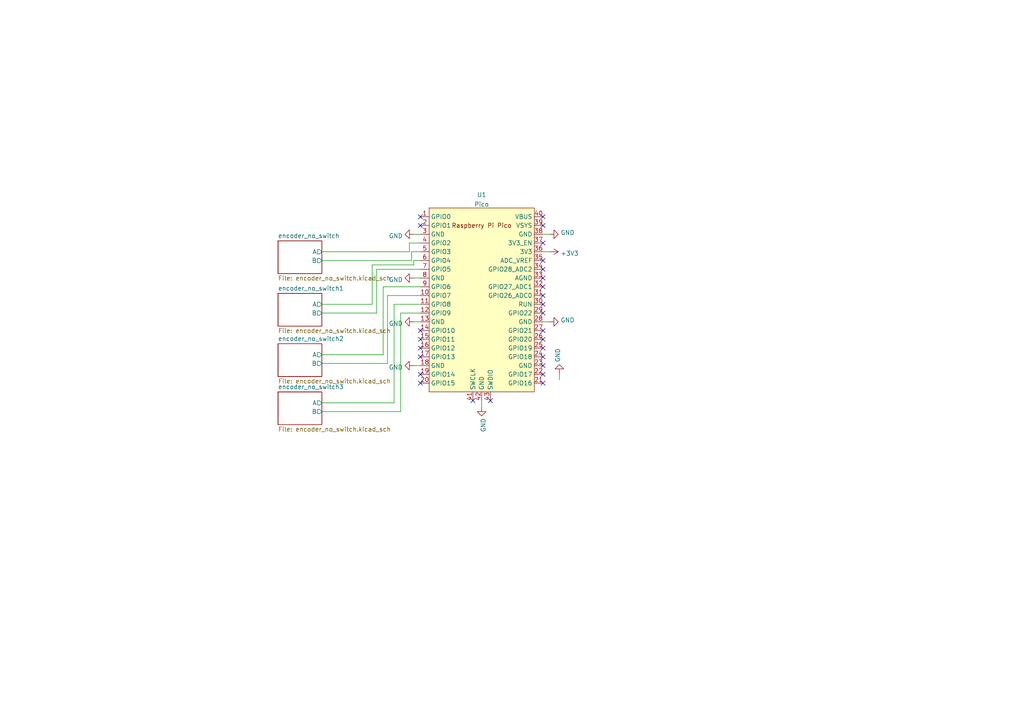
<source format=kicad_sch>
(kicad_sch (version 20211123) (generator eeschema)
  (paper "A4")
  (lib_symbols
    (symbol "pico:Pico"
      (property "Reference" "U" (at -13.97 27.94 0))
      (property "Value" "Pico" (at 0 19.05 0))
      (symbol "Pico_0_0"
        (text "Raspberry Pi Pico" (at 0 21.59 0) (effects (font (size 1.27 1.27))))
      )
      (symbol "Pico_0_1"
        (rectangle (start -15.24 26.67) (end 15.24 -26.67) (fill (type background)))
      )
      (symbol "Pico_1_1"
        (pin bidirectional line (at -17.78 24.13 0) (length 2.54) (name "GPIO0") (number "1"))
        (pin bidirectional line (at -17.78 1.27 0) (length 2.54) (name "GPIO7") (number "10"))
        (pin bidirectional line (at -17.78 -1.27 0) (length 2.54) (name "GPIO8") (number "11"))
        (pin bidirectional line (at -17.78 -3.81 0) (length 2.54) (name "GPIO9") (number "12"))
        (pin power_in line (at -17.78 -6.35 0) (length 2.54) (name "GND") (number "13"))
        (pin bidirectional line (at -17.78 -8.89 0) (length 2.54) (name "GPIO10") (number "14"))
        (pin bidirectional line (at -17.78 -11.43 0) (length 2.54) (name "GPIO11") (number "15"))
        (pin bidirectional line (at -17.78 -13.97 0) (length 2.54) (name "GPIO12") (number "16"))
        (pin bidirectional line (at -17.78 -16.51 0) (length 2.54) (name "GPIO13") (number "17"))
        (pin power_in line (at -17.78 -19.05 0) (length 2.54) (name "GND") (number "18"))
        (pin bidirectional line (at -17.78 -21.59 0) (length 2.54) (name "GPIO14") (number "19"))
        (pin bidirectional line (at -17.78 21.59 0) (length 2.54) (name "GPIO1") (number "2"))
        (pin bidirectional line (at -17.78 -24.13 0) (length 2.54) (name "GPIO15") (number "20"))
        (pin bidirectional line (at 17.78 -24.13 180) (length 2.54) (name "GPIO16") (number "21"))
        (pin bidirectional line (at 17.78 -21.59 180) (length 2.54) (name "GPIO17") (number "22"))
        (pin power_in line (at 17.78 -19.05 180) (length 2.54) (name "GND") (number "23"))
        (pin bidirectional line (at 17.78 -16.51 180) (length 2.54) (name "GPIO18") (number "24"))
        (pin bidirectional line (at 17.78 -13.97 180) (length 2.54) (name "GPIO19") (number "25"))
        (pin bidirectional line (at 17.78 -11.43 180) (length 2.54) (name "GPIO20") (number "26"))
        (pin bidirectional line (at 17.78 -8.89 180) (length 2.54) (name "GPIO21") (number "27"))
        (pin power_in line (at 17.78 -6.35 180) (length 2.54) (name "GND") (number "28"))
        (pin bidirectional line (at 17.78 -3.81 180) (length 2.54) (name "GPIO22") (number "29"))
        (pin power_in line (at -17.78 19.05 0) (length 2.54) (name "GND") (number "3"))
        (pin input line (at 17.78 -1.27 180) (length 2.54) (name "RUN") (number "30"))
        (pin bidirectional line (at 17.78 1.27 180) (length 2.54) (name "GPIO26_ADC0") (number "31"))
        (pin bidirectional line (at 17.78 3.81 180) (length 2.54) (name "GPIO27_ADC1") (number "32"))
        (pin power_in line (at 17.78 6.35 180) (length 2.54) (name "AGND") (number "33"))
        (pin bidirectional line (at 17.78 8.89 180) (length 2.54) (name "GPIO28_ADC2") (number "34"))
        (pin power_in line (at 17.78 11.43 180) (length 2.54) (name "ADC_VREF") (number "35"))
        (pin power_in line (at 17.78 13.97 180) (length 2.54) (name "3V3") (number "36"))
        (pin input line (at 17.78 16.51 180) (length 2.54) (name "3V3_EN") (number "37"))
        (pin bidirectional line (at 17.78 19.05 180) (length 2.54) (name "GND") (number "38"))
        (pin power_in line (at 17.78 21.59 180) (length 2.54) (name "VSYS") (number "39"))
        (pin bidirectional line (at -17.78 16.51 0) (length 2.54) (name "GPIO2") (number "4"))
        (pin power_in line (at 17.78 24.13 180) (length 2.54) (name "VBUS") (number "40"))
        (pin input line (at -2.54 -29.21 90) (length 2.54) (name "SWCLK") (number "41"))
        (pin power_in line (at 0 -29.21 90) (length 2.54) (name "GND") (number "42"))
        (pin bidirectional line (at 2.54 -29.21 90) (length 2.54) (name "SWDIO") (number "43"))
        (pin bidirectional line (at -17.78 13.97 0) (length 2.54) (name "GPIO3") (number "5"))
        (pin bidirectional line (at -17.78 11.43 0) (length 2.54) (name "GPIO4") (number "6"))
        (pin bidirectional line (at -17.78 8.89 0) (length 2.54) (name "GPIO5") (number "7"))
        (pin power_in line (at -17.78 6.35 0) (length 2.54) (name "GND") (number "8"))
        (pin bidirectional line (at -17.78 3.81 0) (length 2.54) (name "GPIO6") (number "9"))
      )
    )
    (symbol "power:+3.3V" (power) (pin_names (offset 0))
      (property "Value" "+3.3V" (at 0 3.556 0))
      (symbol "+3.3V_0_1"
        (polyline (pts (xy -0.762 1.27) (xy 0 2.54)))
        (polyline (pts (xy 0 0) (xy 0 2.54)))
        (polyline (pts (xy 0 2.54) (xy 0.762 1.27)))
      )
      (symbol "+3.3V_1_1"
        (pin power_in line (at 0 0 90) (length 0) hide (name "+3V3") (number "1"))
      )
    )
    (symbol "power:GND" (power) (pin_names (offset 0))
      (property "Value" "GND" (at 0 -3.81 0))
      (symbol "GND_0_1"
        (polyline (pts (xy 0 0) (xy 0 -1.27) (xy 1.27 -1.27) (xy 0 -2.54) (xy -1.27 -1.27) (xy 0 -1.27)))
      )
      (symbol "GND_1_1"
        (pin power_in line (at 0 0 270) (length 0) hide (name "GND") (number "1"))
      )
    )
  )
  (no_connect (at 121.92 62.865))
  (no_connect (at 121.92 65.405))
  (no_connect (at 137.16 116.205))
  (no_connect (at 142.24 116.205))
  (no_connect (at 121.92 98.425))
  (no_connect (at 121.92 95.885))
  (no_connect (at 121.92 111.125))
  (no_connect (at 121.92 108.585))
  (no_connect (at 121.92 103.505))
  (no_connect (at 121.92 100.965))
  (no_connect (at 157.48 111.125))
  (no_connect (at 157.48 80.645))
  (no_connect (at 157.48 62.865))
  (no_connect (at 157.48 65.405))
  (no_connect (at 157.48 70.485))
  (no_connect (at 157.48 75.565))
  (no_connect (at 157.48 78.105))
  (no_connect (at 157.48 95.885))
  (no_connect (at 157.48 98.425))
  (no_connect (at 157.48 100.965))
  (no_connect (at 157.48 103.505))
  (no_connect (at 157.48 108.585))
  (no_connect (at 157.48 106.045))
  (no_connect (at 157.48 83.185))
  (no_connect (at 157.48 85.725))
  (no_connect (at 157.48 88.265))
  (no_connect (at 157.48 90.805))
  (wire (pts (xy 114.3 88.265) (xy 121.92 88.265)))
  (wire (pts (xy 121.92 78.105) (xy 109.22 78.105)))
  (wire (pts (xy 93.345 90.805) (xy 109.22 90.805)))
  (wire (pts (xy 118.745 73.025) (xy 118.745 70.485)))
  (wire (pts (xy 93.345 102.87) (xy 111.125 102.87)))
  (wire (pts (xy 121.92 90.805) (xy 116.205 90.805)))
  (wire (pts (xy 111.125 102.87) (xy 111.125 83.185)))
  (wire (pts (xy 120.015 76.835) (xy 120.015 75.565)))
  (wire (pts (xy 162.2425 108.2675) (xy 162.2425 110.1725)))
  (wire (pts (xy 159.385 93.345) (xy 157.48 93.345)))
  (wire (pts (xy 107.95 88.265) (xy 107.95 76.835)))
  (wire (pts (xy 120.015 93.345) (xy 121.92 93.345)))
  (wire (pts (xy 157.48 73.025) (xy 159.385 73.025)))
  (wire (pts (xy 112.395 105.41) (xy 93.345 105.41)))
  (wire (pts (xy 159.385 67.945) (xy 157.48 67.945)))
  (wire (pts (xy 112.395 85.725) (xy 112.395 105.41)))
  (wire (pts (xy 107.95 76.835) (xy 120.015 76.835)))
  (wire (pts (xy 116.205 119.38) (xy 93.345 119.38)))
  (wire (pts (xy 93.345 88.265) (xy 107.95 88.265)))
  (wire (pts (xy 114.3 116.84) (xy 114.3 88.265)))
  (wire (pts (xy 120.015 67.945) (xy 121.92 67.945)))
  (wire (pts (xy 93.345 116.84) (xy 114.3 116.84)))
  (wire (pts (xy 118.745 70.485) (xy 121.92 70.485)))
  (wire (pts (xy 139.7 118.11) (xy 139.7 116.205)))
  (wire (pts (xy 109.22 78.105) (xy 109.22 90.805)))
  (wire (pts (xy 121.92 73.025) (xy 119.38 73.025)))
  (wire (pts (xy 116.205 90.805) (xy 116.205 119.38)))
  (wire (pts (xy 120.015 106.045) (xy 121.92 106.045)))
  (wire (pts (xy 119.38 75.565) (xy 93.345 75.565)))
  (wire (pts (xy 111.125 83.185) (xy 121.92 83.185)))
  (wire (pts (xy 119.38 73.025) (xy 119.38 75.565)))
  (wire (pts (xy 120.015 80.645) (xy 121.92 80.645)))
  (wire (pts (xy 120.015 75.565) (xy 121.92 75.565)))
  (wire (pts (xy 121.92 85.725) (xy 112.395 85.725)))
  (wire (pts (xy 93.345 73.025) (xy 118.745 73.025)))
  (symbol (lib_id "power:GND") (at 120.015 67.945 270) (unit 1)
    (property "Reference" "#PWR0108" (effects hide))
    (property "Value" "GND" (at 116.8401 68.424 90) (effects (justify right)))
  )
  (symbol (lib_id "power:GND") (at 159.385 67.945 90) (unit 1)
    (property "Reference" "#PWR0103" (effects hide))
    (property "Value" "GND" (at 162.5599 67.466 90) (effects (justify right)))
  )
  (symbol (lib_id "power:GND") (at 120.015 106.045 270) (unit 1)
    (property "Reference" "#PWR0104" (effects hide))
    (property "Value" "GND" (at 116.8401 106.524 90) (effects (justify right)))
  )
  (symbol (lib_id "power:GND") (at 159.385 93.345 90) (unit 1)
    (property "Reference" "#PWR0106" (effects hide))
    (property "Value" "GND" (at 162.5599 92.866 90) (effects (justify right)))
  )
  (symbol (lib_id "power:GND") (at 120.015 93.345 270) (unit 1)
    (property "Reference" "#PWR0107" (effects hide))
    (property "Value" "GND" (at 116.8401 93.824 90) (effects (justify right)))
  )
  (symbol (lib_id "power:GND") (at 120.015 80.645 270) (unit 1)
    (property "Reference" "#PWR0109" (effects hide))
    (property "Value" "GND" (at 116.8401 81.124 90) (effects (justify right)))
  )
  (symbol (lib_id "power:GND") (at 162.2425 108.2675 180) (unit 1)
    (property "Reference" "#PWR0105" (effects hide))
    (property "Value" "GND" (at 161.7635 105.0926 90) (effects (justify right)))
  )
  (symbol (lib_id "pico:Pico") (at 139.7 86.995 0) (unit 1)
    (property "Reference" "U1" (at 139.7 56.4855 0))
    (property "Value" "Pico" (at 139.7 59.2606 0))
    (property "Footprint" "pico:RPi_Pico_SMD_TH" (effects hide))
  )
  (symbol (lib_id "power:+3.3V") (at 159.385 73.025 270) (unit 1)
    (property "Reference" "#PWR0102" (effects hide))
    (property "Value" "+3.3V" (at 162.56 73.504 90) (effects (justify left)))
  )
  (symbol (lib_id "power:GND") (at 139.7 118.11 0) (unit 1)
    (property "Reference" "#PWR0101" (effects hide))
    (property "Value" "GND" (at 140.179 121.2849 90) (effects (justify right)))
  )
  (sheet (at 80.645 85.09) (size 12.7 9.525) (stroke (width 0.1524))
    (property "Sheet name" "encoder_no_switch1" (at 80.645 84.3784 0) (effects (justify left bottom)))
    (property "Sheet file" "encoder_no_switch.kicad_sch" (at 80.645 95.1996 0) (effects (justify left top)))
    (pin "A" output (at 93.345 88.265 0))
    (pin "B" output (at 93.345 90.805 0))
  )
  (sheet (at 80.645 113.665) (size 12.7 9.525) (stroke (width 0.1524))
    (property "Sheet name" "encoder_no_switch3" (at 80.645 112.9534 0) (effects (justify left bottom)))
    (property "Sheet file" "encoder_no_switch.kicad_sch" (at 80.645 123.7746 0) (effects (justify left top)))
    (pin "A" output (at 93.345 116.84 0))
    (pin "B" output (at 93.345 119.38 0))
  )
  (sheet (at 80.645 69.85) (size 12.7 9.525) (stroke (width 0.1524))
    (property "Sheet name" "encoder_no_switch" (at 80.645 69.1384 0) (effects (justify left bottom)))
    (property "Sheet file" "encoder_no_switch.kicad_sch" (at 80.645 79.9596 0) (effects (justify left top)))
    (pin "A" output (at 93.345 73.025 0))
    (pin "B" output (at 93.345 75.565 0))
  )
  (sheet (at 80.645 99.695) (size 12.7 9.525) (stroke (width 0.1524))
    (property "Sheet name" "encoder_no_switch2" (at 80.645 98.9834 0) (effects (justify left bottom)))
    (property "Sheet file" "encoder_no_switch.kicad_sch" (at 80.645 109.8046 0) (effects (justify left top)))
    (pin "A" output (at 93.345 102.87 0))
    (pin "B" output (at 93.345 105.41 0))
  )
)
</source>
